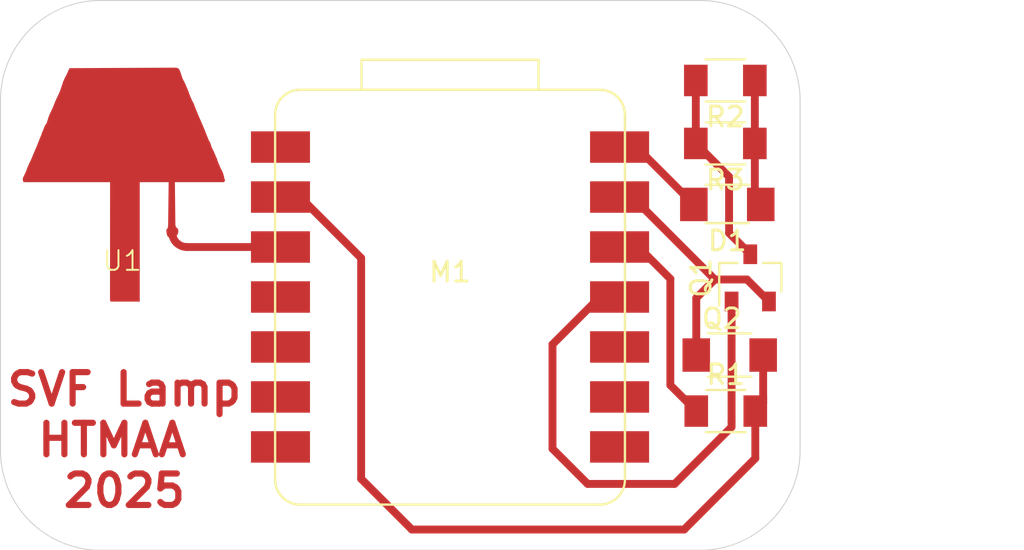
<source format=kicad_pcb>
(kicad_pcb (version 20241229) (generator "pcbnew") (generator_version "9.0")
  (layers (0 "F.Cu" signal) (2 "B.Cu" signal) (13 "F.Paste" user) (15 "B.Paste" user) (5 "F.SilkS" user "F.Silkscreen") (7 "B.SilkS" user "B.Silkscreen") (1 "F.Mask" user) (3 "B.Mask" user) (25 "Edge.Cuts" user))
  (net 0 "")
  (net 5 "PWR_GND")
  (net 6 "Net-(M1-3V3)")
  (net 7 "Net-(Q1-D)")
  (net 8 "Net-(M1-D10)")
  (net 9 "Net-(D1-A)")
  (net 10 "Net-(D1-K)")
  (net 13 "Net-(M1-D1)")
  (net 14 "unconnected-(M1-D7-Pad8)")
  (net 16 "Net-(M1-D2)")
  (footprint "pads:lamp_pad" (layer "F.Cu") (at 120.485698 82.311594)
    (property "Reference" "U1")
    (property "Value" "~")
  )
  (footprint "fab:SOT-23-3" (layer "F.Cu") (at 152.4075 82.6775 90)
    (property "Reference" "Q1")
    (property "Value" "Transistor_MOSFET_NCh_SOT23")
  )
  (footprint "fab:R_1206" (layer "F.Cu") (at 151.1625 89.4475)
    (property "Reference" "R1")
    (property "Value" "R_1206")
  )
  (footprint "fab:R_1206" (layer "F.Cu") (at 151.14 72.645 180)
    (property "Reference" "R2")
    (property "Value" "100")
  )
  (footprint "fab:LED_1206" (layer "F.Cu") (at 151.24 78.945 180)
    (property "Reference" "D1")
    (property "Value" "LED_1206")
  )
  (footprint "fab:R_1206" (layer "F.Cu") (at 151.14 75.845 180)
    (property "Reference" "R3")
    (property "Value" "499")
  )
  (footprint "fab:SeeedStudio_XIAO_RP2040_no_holes" (layer "F.Cu") (at 137.145 83.65)
    (property "Reference" "M1")
    (property "Value" "Module_XIAO-RP2040")
  )
  (footprint "fab:Q_1206" (layer "F.Cu") (at 151.3625 86.6)
    (property "Reference" "Q2")
    (property "Value" "Phototransistor_Visible_PT15-21C-TR8")
  )
  (gr_arc (start 149.86 68.58) (mid 153.452102 70.067898) (end 154.94 73.66) (stroke (width 0.05)) (layer "Edge.Cuts"))
  (gr_line (start 119.38 68.58) (end 149.86 68.58) (stroke (width 0.05)) (layer "Edge.Cuts"))
  (gr_line (start 154.94 73.66) (end 154.94 91.44) (stroke (width 0.05)) (layer "Edge.Cuts"))
  (gr_arc (start 154.94 91.44) (mid 153.452102 95.032102) (end 149.86 96.52) (stroke (width 0.05)) (layer "Edge.Cuts"))
  (gr_arc (start 119.38 96.52) (mid 115.787898 95.032102) (end 114.3 91.44) (stroke (width 0.05)) (layer "Edge.Cuts"))
  (gr_line (start 114.3 91.44) (end 114.3 73.66) (stroke (width 0.05)) (layer "Edge.Cuts"))
  (gr_arc (start 114.3 73.66) (mid 115.787898 70.067898) (end 119.38 68.58) (stroke (width 0.05)) (layer "Edge.Cuts"))
  (gr_line (start 149.86 96.52) (end 119.38 96.52) (stroke (width 0.05)) (layer "Edge.Cuts"))
  (gr_text "SVF Lamp\nHTMAA \n2025" (at 120.595 90.92 0) (layer "F.Cu") (effects (font (size 1.6 1.6) (thickness 0.3125) (bold yes))))
  (segment (start 152.241 82.761) (end 153.3575 83.8775) (width 0.4) (layer "F.Cu") (net 5))
  (segment (start 144.765 78.57) (end 146.413 78.57) (width 0.4) (layer "F.Cu") (net 5))
  (segment (start 146.413 78.57) (end 150.604 82.761) (width 0.4) (layer "F.Cu") (net 5))
  (segment (start 144.765 78.57) (end 144.9885 78.7935) (width 0.4) (layer "F.Cu") (net 5))
  (segment (start 150.604 82.761) (end 152.241 82.761) (width 0.4) (layer "F.Cu") (net 5))
  (segment (start 144.765 78.532) (end 144.765 78.57) (width 0.4) (layer "F.Cu") (net 5))
  (segment (start 149.6625 86.6) (end 149.6625 83.7025) (width 0.4) (layer "F.Cu") (net 5))
  (segment (start 149.6625 83.7025) (end 150.604 82.761) (width 0.4) (layer "F.Cu") (net 5))
  (segment (start 146.727 81.11) (end 144.765 81.11) (width 0.4) (layer "F.Cu") (net 6))
  (segment (start 145.1275 81.4725) (end 144.765 81.11) (width 0.4) (layer "F.Cu") (net 6))
  (segment (start 149.6625 89.4475) (end 148.345 88.13) (width 0.4) (layer "F.Cu") (net 6))
  (segment (start 148.345 82.728) (end 146.727 81.11) (width 0.4) (layer "F.Cu") (net 6))
  (segment (start 148.345 88.13) (end 148.345 82.728) (width 0.4) (layer "F.Cu") (net 6))
  (segment (start 151.33 77.535) (end 151.33 80.4) (width 0.4) (layer "F.Cu") (net 7))
  (segment (start 149.64 75.845) (end 151.33 77.535) (width 0.4) (layer "F.Cu") (net 7))
  (segment (start 149.64 72.645) (end 149.64 75.845) (width 0.4) (layer "F.Cu") (net 7))
  (segment (start 151.33 80.4) (end 152.4075 81.4775) (width 0.4) (layer "F.Cu") (net 7))
  (segment (start 151.4575 83.8775) (end 151.4575 90.2545) (width 0.4) (layer "F.Cu") (net 8))
  (segment (start 142.355 86.06) (end 142.355 91.362) (width 0.4) (layer "F.Cu") (net 8))
  (segment (start 151.4575 90.2545) (end 148.562 93.15) (width 0.4) (layer "F.Cu") (net 8))
  (segment (start 142.355 91.362) (end 144.143 93.15) (width 0.4) (layer "F.Cu") (net 8))
  (segment (start 151.4615 89.971) (end 151.4575 89.967) (width 0.4) (layer "F.Cu") (net 8))
  (segment (start 144.143 93.15) (end 148.562 93.15) (width 0.4) (layer "F.Cu") (net 8))
  (segment (start 142.355 86.06) (end 144.765 83.65) (width 0.4) (layer "F.Cu") (net 8))
  (segment (start 145.2185 84.1035) (end 144.765 83.65) (width 0.4) (layer "F.Cu") (net 8))
  (segment (start 146.625 76.03) (end 149.54 78.945) (width 0.4) (layer "F.Cu") (net 9))
  (segment (start 144.765 76.03) (end 146.6305 76.03) (width 0.4) (layer "F.Cu") (net 9))
  (segment (start 149.54 78.347) (end 149.54 78.945) (width 0.4) (layer "F.Cu") (net 9))
  (segment (start 144.765 76.03) (end 146.625 76.03) (width 0.4) (layer "F.Cu") (net 9))
  (segment (start 152.64 75.845) (end 152.64 78.645) (width 0.4) (layer "F.Cu") (net 10))
  (segment (start 152.64 78.645) (end 152.94 78.945) (width 0.4) (layer "F.Cu") (net 10))
  (segment (start 152.64 72.645) (end 152.64 75.845) (width 0.4) (layer "F.Cu") (net 10))
  (segment (start 149.046 95.469) (end 152.6625 91.8525) (width 0.4) (layer "F.Cu") (net 13))
  (segment (start 153.0625 89.0475) (end 152.6625 89.4475) (width 0.4) (layer "F.Cu") (net 13))
  (segment (start 132.63 81.67) (end 132.63 92.892) (width 0.4) (layer "F.Cu") (net 13))
  (segment (start 132.63 92.892) (end 135.207 95.469) (width 0.4) (layer "F.Cu") (net 13))
  (segment (start 129.53 78.57) (end 132.63 81.67) (width 0.4) (layer "F.Cu") (net 13))
  (segment (start 152.6625 91.8525) (end 152.6625 89.4475) (width 0.4) (layer "F.Cu") (net 13))
  (segment (start 135.207 95.469) (end 149.046 95.469) (width 0.4) (layer "F.Cu") (net 13))
  (segment (start 153.0625 86.6) (end 153.0625 89.0475) (width 0.4) (layer "F.Cu") (net 13))
  (segment (start 144.787269 91.247731) (end 144.765 91.27) (width 0.4) (layer "F.Cu") (net 14))
  (segment (start 123.775293 81.11) (end 129.53 81.11) (width 0.4) (layer "F.Cu") (net 16))
  (arc (start 123.025698 80.360405) (mid 123.245249 80.890449) (end 123.775293 81.11) (width 0.4) (layer "F.Cu") (net 16))
)
</source>
